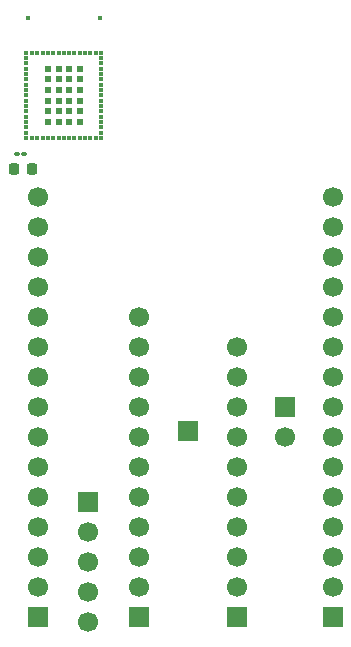
<source format=gts>
G04 #@! TF.GenerationSoftware,KiCad,Pcbnew,9.0.2*
G04 #@! TF.CreationDate,2025-08-01T14:32:08+08:00*
G04 #@! TF.ProjectId,STM32WB5MMG_Breakout_Board,53544d33-3257-4423-954d-4d475f427265,rev?*
G04 #@! TF.SameCoordinates,Original*
G04 #@! TF.FileFunction,Soldermask,Top*
G04 #@! TF.FilePolarity,Negative*
%FSLAX46Y46*%
G04 Gerber Fmt 4.6, Leading zero omitted, Abs format (unit mm)*
G04 Created by KiCad (PCBNEW 9.0.2) date 2025-08-01 14:32:08*
%MOMM*%
%LPD*%
G01*
G04 APERTURE LIST*
G04 Aperture macros list*
%AMRoundRect*
0 Rectangle with rounded corners*
0 $1 Rounding radius*
0 $2 $3 $4 $5 $6 $7 $8 $9 X,Y pos of 4 corners*
0 Add a 4 corners polygon primitive as box body*
4,1,4,$2,$3,$4,$5,$6,$7,$8,$9,$2,$3,0*
0 Add four circle primitives for the rounded corners*
1,1,$1+$1,$2,$3*
1,1,$1+$1,$4,$5*
1,1,$1+$1,$6,$7*
1,1,$1+$1,$8,$9*
0 Add four rect primitives between the rounded corners*
20,1,$1+$1,$2,$3,$4,$5,0*
20,1,$1+$1,$4,$5,$6,$7,0*
20,1,$1+$1,$6,$7,$8,$9,0*
20,1,$1+$1,$8,$9,$2,$3,0*%
G04 Aperture macros list end*
%ADD10R,0.350000X0.350000*%
%ADD11R,0.350000X0.300000*%
%ADD12R,0.300000X0.350000*%
%ADD13R,0.600000X0.600000*%
%ADD14R,0.430000X0.430000*%
%ADD15R,1.700000X1.700000*%
%ADD16C,1.700000*%
%ADD17RoundRect,0.100000X-0.130000X-0.100000X0.130000X-0.100000X0.130000X0.100000X-0.130000X0.100000X0*%
%ADD18RoundRect,0.225000X-0.225000X-0.250000X0.225000X-0.250000X0.225000X0.250000X-0.225000X0.250000X0*%
G04 APERTURE END LIST*
D10*
X139475000Y-78125000D03*
D11*
X139475000Y-78600000D03*
X139475000Y-79050000D03*
X139475000Y-79500000D03*
X139475000Y-79950000D03*
X139475000Y-80400000D03*
X139475000Y-80850000D03*
X139475000Y-81300000D03*
X139475000Y-81750000D03*
X139475000Y-82200000D03*
X139475000Y-82650000D03*
X139475000Y-83100000D03*
X139475000Y-83550000D03*
X139475000Y-84000000D03*
X139475000Y-84450000D03*
X139475000Y-84900000D03*
D10*
X139475000Y-85375000D03*
D12*
X139950000Y-85375000D03*
X140400000Y-85375000D03*
X140850000Y-85375000D03*
X141300000Y-85375000D03*
X141750000Y-85375000D03*
X142200000Y-85375000D03*
X142650000Y-85375000D03*
X143100000Y-85375000D03*
X143550000Y-85375000D03*
X144000000Y-85375000D03*
X144450000Y-85375000D03*
X144900000Y-85375000D03*
X145350000Y-85375000D03*
D10*
X145825000Y-85375000D03*
D11*
X145825000Y-84900000D03*
X145825000Y-84450000D03*
X145825000Y-84000000D03*
X145825000Y-83550000D03*
X145825000Y-83100000D03*
X145825000Y-82650000D03*
X145825000Y-82200000D03*
X145825000Y-81750000D03*
X145825000Y-81300000D03*
X145825000Y-80850000D03*
X145825000Y-80400000D03*
X145825000Y-79950000D03*
X145825000Y-79500000D03*
X145825000Y-79050000D03*
X145825000Y-78600000D03*
D10*
X145825000Y-78125000D03*
D12*
X145350000Y-78125000D03*
X144900000Y-78125000D03*
X144450000Y-78125000D03*
X144000000Y-78125000D03*
X143550000Y-78125000D03*
X143100000Y-78125000D03*
X142650000Y-78125000D03*
X142200000Y-78125000D03*
X141750000Y-78125000D03*
X141300000Y-78125000D03*
X140850000Y-78125000D03*
X140400000Y-78125000D03*
X139950000Y-78125000D03*
D13*
X141300000Y-79500000D03*
X141300000Y-80400000D03*
X141300000Y-81300000D03*
X141300000Y-82200000D03*
X141300000Y-83100000D03*
X141300000Y-84000000D03*
X142200000Y-84000000D03*
X143100000Y-84000000D03*
X144000000Y-84000000D03*
X144000000Y-83100000D03*
X144000000Y-82200000D03*
X144000000Y-81300000D03*
X144000000Y-80400000D03*
X144000000Y-79500000D03*
X143100000Y-79500000D03*
X142200000Y-79500000D03*
X142200000Y-80400000D03*
X142200000Y-81300000D03*
X142200000Y-82200000D03*
X142200000Y-83100000D03*
X143100000Y-83100000D03*
X143100000Y-82200000D03*
X143100000Y-81300000D03*
X143100000Y-80400000D03*
D14*
X139600000Y-75165000D03*
X145700000Y-75165000D03*
D15*
X161400000Y-108160000D03*
D16*
X161400000Y-110700000D03*
D17*
X138680000Y-86700000D03*
X139320000Y-86700000D03*
D15*
X153200000Y-110200000D03*
D18*
X138405000Y-88020000D03*
X139955000Y-88020000D03*
D15*
X144700000Y-116140000D03*
D16*
X144700000Y-118680000D03*
X144700000Y-121220000D03*
X144700000Y-123760000D03*
X144700000Y-126300000D03*
D15*
X140500000Y-125900000D03*
D16*
X140500000Y-123360000D03*
X140500000Y-120820000D03*
X140500000Y-118280000D03*
X140500000Y-115740000D03*
X140500000Y-113200000D03*
X140500000Y-110660000D03*
X140500000Y-108120000D03*
X140500000Y-105580000D03*
X140500000Y-103040000D03*
X140500000Y-100500000D03*
X140500000Y-97960000D03*
X140500000Y-95420000D03*
X140500000Y-92880000D03*
X140500000Y-90340000D03*
D15*
X165430000Y-125900000D03*
D16*
X165430000Y-123360000D03*
X165430000Y-120820000D03*
X165430000Y-118280000D03*
X165430000Y-115740000D03*
X165430000Y-113200000D03*
X165430000Y-110660000D03*
X165430000Y-108120000D03*
X165430000Y-105580000D03*
X165430000Y-103040000D03*
X165430000Y-100500000D03*
X165430000Y-97960000D03*
X165430000Y-95420000D03*
X165430000Y-92880000D03*
X165430000Y-90340000D03*
D15*
X157300000Y-125910000D03*
D16*
X157300000Y-123370000D03*
X157300000Y-120830000D03*
X157300000Y-118290000D03*
X157300000Y-115750000D03*
X157300000Y-113210000D03*
X157300000Y-110670000D03*
X157300000Y-108130000D03*
X157300000Y-105590000D03*
X157300000Y-103050000D03*
D15*
X149000000Y-125910000D03*
D16*
X149000000Y-123370000D03*
X149000000Y-120830000D03*
X149000000Y-118290000D03*
X149000000Y-115750000D03*
X149000000Y-113210000D03*
X149000000Y-110670000D03*
X149000000Y-108130000D03*
X149000000Y-105590000D03*
X149000000Y-103050000D03*
X149000000Y-100510000D03*
M02*

</source>
